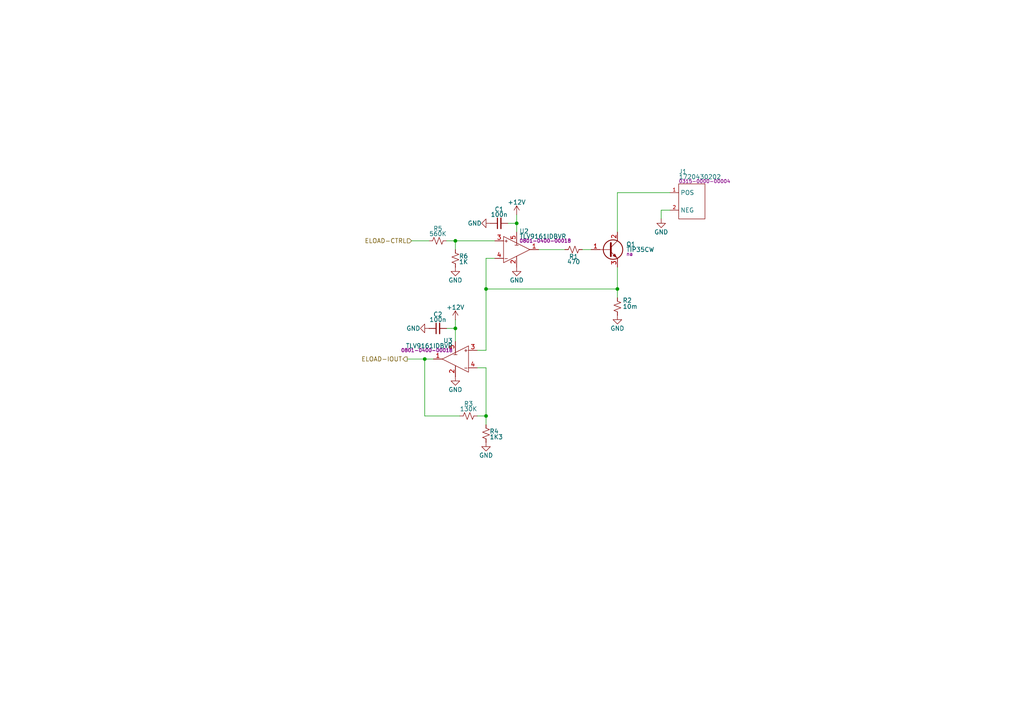
<source format=kicad_sch>
(kicad_sch
	(version 20250114)
	(generator "eeschema")
	(generator_version "9.0")
	(uuid "c8b9f9f2-4f3f-468f-a99c-67a55afd96fd")
	(paper "A4")
	(title_block
		(title "Benchy ELoad - Electronic Load Control")
		(rev "REV1")
		(company "Daxxn Industries")
	)
	(lib_symbols
		(symbol "DX_Capacitor_Ceramic:CL05A104KA5NNNC"
			(pin_numbers
				(hide yes)
			)
			(pin_names
				(hide yes)
			)
			(exclude_from_sim no)
			(in_bom yes)
			(on_board yes)
			(property "Reference" "C"
				(at 2.794 1.778 0)
				(effects
					(font
						(size 1.27 1.27)
					)
					(justify left)
				)
			)
			(property "Value" "100n"
				(at 2.794 0 0)
				(effects
					(font
						(size 1.27 1.27)
					)
					(justify left)
				)
			)
			(property "Footprint" "Daxxn_Standard_Capacitors:CAP_0402"
				(at 1.016 8.128 0)
				(effects
					(font
						(size 1.27 1.27)
					)
					(hide yes)
				)
			)
			(property "Datasheet" "${DATASHEETS}/CL05A104KA5NNNC.pdf"
				(at 1.016 9.906 0)
				(effects
					(font
						(size 1.27 1.27)
					)
					(hide yes)
				)
			)
			(property "Description" "CAP CER 100nF 0.1UF 25V X5R 0402"
				(at 0 11.684 0)
				(effects
					(font
						(size 1.27 1.27)
					)
					(hide yes)
				)
			)
			(property "PartNumber" "0201-0100-00086"
				(at 0 6.35 0)
				(effects
					(font
						(size 1.27 1.27)
					)
					(hide yes)
				)
			)
			(symbol "CL05A104KA5NNNC_0_1"
				(polyline
					(pts
						(xy -1.524 0.508) (xy 1.524 0.508)
					)
					(stroke
						(width 0.3048)
						(type default)
					)
					(fill
						(type none)
					)
				)
				(polyline
					(pts
						(xy -1.524 -0.508) (xy 1.524 -0.508)
					)
					(stroke
						(width 0.3302)
						(type default)
					)
					(fill
						(type none)
					)
				)
			)
			(symbol "CL05A104KA5NNNC_1_1"
				(pin passive line
					(at 0 2.54 270)
					(length 2.032)
					(name "~"
						(effects
							(font
								(size 1.27 1.27)
							)
						)
					)
					(number "1"
						(effects
							(font
								(size 1.27 1.27)
							)
						)
					)
				)
				(pin passive line
					(at 0 -2.54 90)
					(length 2.032)
					(name "~"
						(effects
							(font
								(size 1.27 1.27)
							)
						)
					)
					(number "2"
						(effects
							(font
								(size 1.27 1.27)
							)
						)
					)
				)
			)
			(embedded_fonts no)
		)
		(symbol "DX_Connector_Power:1720430202"
			(exclude_from_sim no)
			(in_bom yes)
			(on_board yes)
			(property "Reference" "J"
				(at 0 3.556 0)
				(effects
					(font
						(size 1.27 1.27)
					)
					(justify left)
				)
			)
			(property "Value" "1720430202"
				(at 0 2.032 0)
				(effects
					(font
						(size 1.27 1.27)
					)
					(justify left)
				)
			)
			(property "Footprint" "Daxxn_Connectors_Power:1720430202"
				(at 0 11.43 0)
				(effects
					(font
						(size 1.27 1.27)
					)
					(hide yes)
				)
			)
			(property "Datasheet" "${DATASHEETS}/1720430202.pdf"
				(at 0 7.62 0)
				(effects
					(font
						(size 1.27 1.27)
					)
					(hide yes)
				)
			)
			(property "Description" "2 Position Header, Male Blades Connector Solder 0.295\" (7.50mm) Through Hole, Right Angle"
				(at 0 9.398 0)
				(effects
					(font
						(size 1.27 1.27)
					)
					(hide yes)
				)
			)
			(property "PartNumber" "0315-0000-00004"
				(at 0 0.762 0)
				(effects
					(font
						(size 1 1)
					)
					(justify left)
				)
			)
			(symbol "1720430202_0_0"
				(pin power_in line
					(at -2.54 -2.54 0)
					(length 2.54)
					(name "POS"
						(effects
							(font
								(size 1.27 1.27)
							)
						)
					)
					(number "1"
						(effects
							(font
								(size 0.9906 0.9906)
							)
						)
					)
				)
				(pin power_in line
					(at -2.54 -7.62 0)
					(length 2.54)
					(name "NEG"
						(effects
							(font
								(size 1.27 1.27)
							)
						)
					)
					(number "2"
						(effects
							(font
								(size 0.9906 0.9906)
							)
						)
					)
				)
			)
			(symbol "1720430202_0_1"
				(rectangle
					(start 0 0)
					(end 7.62 -10.16)
					(stroke
						(width 0)
						(type default)
					)
					(fill
						(type none)
					)
				)
			)
			(embedded_fonts no)
		)
		(symbol "DX_Device:R"
			(pin_numbers
				(hide yes)
			)
			(pin_names
				(offset 0.254)
				(hide yes)
			)
			(exclude_from_sim no)
			(in_bom yes)
			(on_board yes)
			(property "Reference" "R"
				(at 1.016 0.635 0)
				(effects
					(font
						(size 1.27 1.27)
					)
					(justify left)
				)
			)
			(property "Value" "R"
				(at 1.016 -1.016 0)
				(effects
					(font
						(size 1.27 1.27)
					)
					(justify left)
				)
			)
			(property "Footprint" "Daxxn_Standard_Resistors:RES_0402"
				(at 0 5.334 0)
				(effects
					(font
						(size 1.27 1.27)
					)
					(hide yes)
				)
			)
			(property "Datasheet" "~"
				(at 0 6.35 0)
				(effects
					(font
						(size 1.27 1.27)
					)
					(hide yes)
				)
			)
			(property "Description" "Resistor"
				(at 0 3.81 0)
				(effects
					(font
						(size 1.27 1.27)
					)
					(hide yes)
				)
			)
			(property "ki_keywords" "r resistor daxxn"
				(at 0 0 0)
				(effects
					(font
						(size 1.27 1.27)
					)
					(hide yes)
				)
			)
			(property "ki_fp_filters" "R_*"
				(at 0 0 0)
				(effects
					(font
						(size 1.27 1.27)
					)
					(hide yes)
				)
			)
			(symbol "R_1_1"
				(polyline
					(pts
						(xy 0 1.524) (xy 1.016 1.143) (xy 0 0.762) (xy -1.016 0.381) (xy 0 0)
					)
					(stroke
						(width 0)
						(type default)
					)
					(fill
						(type none)
					)
				)
				(polyline
					(pts
						(xy 0 0) (xy 1.016 -0.381) (xy 0 -0.762) (xy -1.016 -1.143) (xy 0 -1.524)
					)
					(stroke
						(width 0)
						(type default)
					)
					(fill
						(type none)
					)
				)
				(pin passive line
					(at 0 2.54 270)
					(length 1.016)
					(name "~"
						(effects
							(font
								(size 1.27 1.27)
							)
						)
					)
					(number "1"
						(effects
							(font
								(size 1.27 1.27)
							)
						)
					)
				)
				(pin passive line
					(at 0 -2.54 90)
					(length 1.016)
					(name "~"
						(effects
							(font
								(size 1.27 1.27)
							)
						)
					)
					(number "2"
						(effects
							(font
								(size 1.27 1.27)
							)
						)
					)
				)
			)
			(embedded_fonts no)
		)
		(symbol "DX_IC_Amplifier_OPAMP:TLV9161IDBVR"
			(exclude_from_sim no)
			(in_bom yes)
			(on_board yes)
			(property "Reference" "U"
				(at 4.572 5.334 0)
				(effects
					(font
						(size 1.27 1.27)
					)
					(justify left)
				)
			)
			(property "Value" "TLV9161IDBVR"
				(at 4.572 3.81 0)
				(effects
					(font
						(size 1.27 1.27)
					)
					(justify left)
				)
			)
			(property "Footprint" "Daxxn_Packages:SOT-23-5"
				(at 0 9.398 0)
				(effects
					(font
						(size 1.27 1.27)
					)
					(hide yes)
				)
			)
			(property "Datasheet" "${DATASHEETS}/TLV9161.pdf"
				(at 0 10.922 0)
				(effects
					(font
						(size 1.27 1.27)
					)
					(hide yes)
				)
			)
			(property "Description" "General Purpose Amplifier 1 Circuit Rail-to-Rail SOT-23-5"
				(at 0 7.62 0)
				(effects
					(font
						(size 1.27 1.27)
					)
					(hide yes)
				)
			)
			(property "PartNumber" "0801-0400-00018"
				(at 4.572 2.54 0)
				(effects
					(font
						(size 1 1)
					)
					(justify left)
				)
			)
			(property "ki_keywords" "opamp rail-to-rail rr smd"
				(at 0 0 0)
				(effects
					(font
						(size 1.27 1.27)
					)
					(hide yes)
				)
			)
			(symbol "TLV9161IDBVR_0_0"
				(text "+"
					(at 0.762 2.54 0)
					(effects
						(font
							(size 1 1)
						)
					)
				)
				(text "-"
					(at 0.762 -2.54 0)
					(effects
						(font
							(size 1 1)
						)
					)
				)
				(pin input line
					(at -2.54 2.54 0)
					(length 2.54)
					(name "IN+"
						(effects
							(font
								(size 0 0)
							)
						)
					)
					(number "3"
						(effects
							(font
								(size 1.27 1.27)
							)
						)
					)
				)
				(pin input line
					(at -2.54 -2.54 0)
					(length 2.54)
					(name "IN-"
						(effects
							(font
								(size 0 0)
							)
						)
					)
					(number "4"
						(effects
							(font
								(size 1.27 1.27)
							)
						)
					)
				)
				(pin power_in line
					(at 3.81 5.08 270)
					(length 3.1)
					(name "V+"
						(effects
							(font
								(size 0 0)
							)
						)
					)
					(number "5"
						(effects
							(font
								(size 1.27 1.27)
							)
						)
					)
				)
				(pin power_in line
					(at 3.81 -5.08 90)
					(length 3.1)
					(name "V-"
						(effects
							(font
								(size 0 0)
							)
						)
					)
					(number "2"
						(effects
							(font
								(size 1.27 1.27)
							)
						)
					)
				)
				(pin output line
					(at 10.16 0 180)
					(length 2.54)
					(name "OUT"
						(effects
							(font
								(size 0 0)
							)
						)
					)
					(number "1"
						(effects
							(font
								(size 1.27 1.27)
							)
						)
					)
				)
			)
			(symbol "TLV9161IDBVR_0_1"
				(polyline
					(pts
						(xy 3.302 1.27) (xy 4.318 1.27)
					)
					(stroke
						(width 0)
						(type default)
					)
					(fill
						(type none)
					)
				)
				(polyline
					(pts
						(xy 3.8106 1.8769) (xy 3.81 1.27)
					)
					(stroke
						(width 0)
						(type default)
					)
					(fill
						(type none)
					)
				)
			)
			(symbol "TLV9161IDBVR_1_0"
				(polyline
					(pts
						(xy 0 3.81) (xy 0 -3.81) (xy 7.62 0) (xy 0 3.81)
					)
					(stroke
						(width 0)
						(type default)
					)
					(fill
						(type none)
					)
				)
			)
			(embedded_fonts no)
		)
		(symbol "DX_Resistor:RC0402FR-071K3L"
			(pin_numbers
				(hide yes)
			)
			(pin_names
				(offset 0.254)
				(hide yes)
			)
			(exclude_from_sim no)
			(in_bom yes)
			(on_board yes)
			(property "Reference" "R"
				(at 1.016 0.635 0)
				(effects
					(font
						(size 1.27 1.27)
					)
					(justify left)
				)
			)
			(property "Value" "1K3"
				(at 1.016 -1.016 0)
				(effects
					(font
						(size 1.27 1.27)
					)
					(justify left)
				)
			)
			(property "Footprint" "Daxxn_Standard_Resistors:RES_0402"
				(at 0 5.334 0)
				(effects
					(font
						(size 1.27 1.27)
					)
					(hide yes)
				)
			)
			(property "Datasheet" "${DATASHEETS}/RC-Series.pdf"
				(at 0 6.35 0)
				(effects
					(font
						(size 1.27 1.27)
					)
					(hide yes)
				)
			)
			(property "Description" "RES 1.3K OHM 1% 1/16W 0402"
				(at 0 3.81 0)
				(effects
					(font
						(size 1.27 1.27)
					)
					(hide yes)
				)
			)
			(property "PartNumber" "0204-0000-00004"
				(at 0 7.874 0)
				(effects
					(font
						(size 1.27 1.27)
					)
					(hide yes)
				)
			)
			(property "ki_keywords" "r resistor daxxn"
				(at 0 0 0)
				(effects
					(font
						(size 1.27 1.27)
					)
					(hide yes)
				)
			)
			(property "ki_fp_filters" "R_*"
				(at 0 0 0)
				(effects
					(font
						(size 1.27 1.27)
					)
					(hide yes)
				)
			)
			(symbol "RC0402FR-071K3L_1_1"
				(polyline
					(pts
						(xy 0 1.524) (xy 1.016 1.143) (xy 0 0.762) (xy -1.016 0.381) (xy 0 0)
					)
					(stroke
						(width 0)
						(type default)
					)
					(fill
						(type none)
					)
				)
				(polyline
					(pts
						(xy 0 0) (xy 1.016 -0.381) (xy 0 -0.762) (xy -1.016 -1.143) (xy 0 -1.524)
					)
					(stroke
						(width 0)
						(type default)
					)
					(fill
						(type none)
					)
				)
				(pin passive line
					(at 0 2.54 270)
					(length 1.016)
					(name "~"
						(effects
							(font
								(size 1.27 1.27)
							)
						)
					)
					(number "1"
						(effects
							(font
								(size 1.27 1.27)
							)
						)
					)
				)
				(pin passive line
					(at 0 -2.54 90)
					(length 1.016)
					(name "~"
						(effects
							(font
								(size 1.27 1.27)
							)
						)
					)
					(number "2"
						(effects
							(font
								(size 1.27 1.27)
							)
						)
					)
				)
			)
			(embedded_fonts no)
		)
		(symbol "DX_Resistor_Sense:MSR5-0R01F1"
			(pin_numbers
				(hide yes)
			)
			(pin_names
				(hide yes)
			)
			(exclude_from_sim no)
			(in_bom yes)
			(on_board yes)
			(property "Reference" "R"
				(at 1.524 1.778 0)
				(effects
					(font
						(size 1.27 1.27)
					)
					(justify left)
				)
			)
			(property "Value" "10m"
				(at 1.524 0 0)
				(effects
					(font
						(size 1.27 1.27)
					)
					(justify left)
				)
			)
			(property "Footprint" "Daxxn_Passives:MSR5-BAREMETAL"
				(at 0 9.398 0)
				(effects
					(font
						(size 1.27 1.27)
					)
					(hide yes)
				)
			)
			(property "Datasheet" "${DATASHEETS}/MSR.pdf"
				(at 0 6.096 0)
				(effects
					(font
						(size 1.27 1.27)
					)
					(hide yes)
				)
			)
			(property "Description" "10 mOhms ±1% 5W Through Hole Resistor Radial Current Sense, Flame Proof, Non-Inductive, Pulse Withstanding, Safety Metal Element"
				(at 0 7.62 0)
				(effects
					(font
						(size 1.27 1.27)
					)
					(hide yes)
				)
			)
			(property "PartNumber" "0204-0200-00009"
				(at 0 10.922 0)
				(effects
					(font
						(size 1 1)
					)
					(hide yes)
				)
			)
			(symbol "MSR5-0R01F1_1_1"
				(polyline
					(pts
						(xy 0 1.524) (xy 1.016 1.143) (xy 0 0.762) (xy -1.016 0.381) (xy 0 0)
					)
					(stroke
						(width 0)
						(type default)
					)
					(fill
						(type none)
					)
				)
				(polyline
					(pts
						(xy 0 0) (xy 1.016 -0.381) (xy 0 -0.762) (xy -1.016 -1.143) (xy 0 -1.524)
					)
					(stroke
						(width 0)
						(type default)
					)
					(fill
						(type none)
					)
				)
				(pin passive line
					(at 0 2.54 270)
					(length 1.016)
					(name "~"
						(effects
							(font
								(size 1.27 1.27)
							)
						)
					)
					(number "1"
						(effects
							(font
								(size 1.27 1.27)
							)
						)
					)
				)
				(pin passive line
					(at 0 -2.54 90)
					(length 1.016)
					(name "~"
						(effects
							(font
								(size 1.27 1.27)
							)
						)
					)
					(number "2"
						(effects
							(font
								(size 1.27 1.27)
							)
						)
					)
				)
			)
			(embedded_fonts no)
		)
		(symbol "DX_Transistor_BJT:TIP35CW"
			(pin_names
				(hide yes)
			)
			(exclude_from_sim no)
			(in_bom yes)
			(on_board yes)
			(property "Reference" "Q"
				(at 5.08 1.524 0)
				(effects
					(font
						(size 1.27 1.27)
					)
					(justify left)
				)
			)
			(property "Value" "TIP35CW"
				(at 5.08 0 0)
				(effects
					(font
						(size 1.27 1.27)
					)
					(justify left)
				)
			)
			(property "Footprint" "Daxxn_Packages:TO-247-3_Vert-HS"
				(at -0.254 10.16 0)
				(effects
					(font
						(size 1.27 1.27)
					)
					(hide yes)
				)
			)
			(property "Datasheet" "${DATASHEETS}/TIP35CW.pdf"
				(at 0 11.684 0)
				(effects
					(font
						(size 1.27 1.27)
					)
					(hide yes)
				)
			)
			(property "Description" "Bipolar (BJT) Transistor NPN 100 V 25 A 3MHz 125 W Through Hole TO-247-3"
				(at 0 13.208 0)
				(effects
					(font
						(size 1.27 1.27)
					)
					(hide yes)
				)
			)
			(property "PartNumber" "na"
				(at 5.08 -1.27 0)
				(effects
					(font
						(size 1 1)
					)
					(justify left)
				)
			)
			(symbol "TIP35CW_0_1"
				(polyline
					(pts
						(xy -2.54 0) (xy 0.635 0)
					)
					(stroke
						(width 0)
						(type default)
					)
					(fill
						(type none)
					)
				)
				(polyline
					(pts
						(xy 0.635 1.905) (xy 0.635 -1.905)
					)
					(stroke
						(width 0.508)
						(type default)
					)
					(fill
						(type none)
					)
				)
				(circle
					(center 1.27 0)
					(radius 2.8194)
					(stroke
						(width 0.254)
						(type default)
					)
					(fill
						(type none)
					)
				)
			)
			(symbol "TIP35CW_1_1"
				(polyline
					(pts
						(xy 0.635 0.635) (xy 2.54 2.54)
					)
					(stroke
						(width 0)
						(type default)
					)
					(fill
						(type none)
					)
				)
				(polyline
					(pts
						(xy 0.635 -0.635) (xy 2.54 -2.54)
					)
					(stroke
						(width 0)
						(type default)
					)
					(fill
						(type none)
					)
				)
				(polyline
					(pts
						(xy 1.27 -1.778) (xy 1.778 -1.27) (xy 2.286 -2.286) (xy 1.27 -1.778)
					)
					(stroke
						(width 0)
						(type default)
					)
					(fill
						(type outline)
					)
				)
				(pin input line
					(at -5.08 0 0)
					(length 2.54)
					(name "B"
						(effects
							(font
								(size 1.27 1.27)
							)
						)
					)
					(number "1"
						(effects
							(font
								(size 1.27 1.27)
							)
						)
					)
				)
				(pin passive line
					(at 2.54 5.08 270)
					(length 2.54)
					(name "C"
						(effects
							(font
								(size 1.27 1.27)
							)
						)
					)
					(number "2"
						(effects
							(font
								(size 1.27 1.27)
							)
						)
					)
				)
				(pin passive line
					(at 2.54 -5.08 90)
					(length 2.54)
					(name "E"
						(effects
							(font
								(size 1.27 1.27)
							)
						)
					)
					(number "3"
						(effects
							(font
								(size 1.27 1.27)
							)
						)
					)
				)
			)
			(embedded_fonts no)
		)
		(symbol "power:+12V"
			(power)
			(pin_numbers
				(hide yes)
			)
			(pin_names
				(offset 0)
				(hide yes)
			)
			(exclude_from_sim no)
			(in_bom yes)
			(on_board yes)
			(property "Reference" "#PWR"
				(at 0 -3.81 0)
				(effects
					(font
						(size 1.27 1.27)
					)
					(hide yes)
				)
			)
			(property "Value" "+12V"
				(at 0 3.556 0)
				(effects
					(font
						(size 1.27 1.27)
					)
				)
			)
			(property "Footprint" ""
				(at 0 0 0)
				(effects
					(font
						(size 1.27 1.27)
					)
					(hide yes)
				)
			)
			(property "Datasheet" ""
				(at 0 0 0)
				(effects
					(font
						(size 1.27 1.27)
					)
					(hide yes)
				)
			)
			(property "Description" "Power symbol creates a global label with name \"+12V\""
				(at 0 0 0)
				(effects
					(font
						(size 1.27 1.27)
					)
					(hide yes)
				)
			)
			(property "ki_keywords" "global power"
				(at 0 0 0)
				(effects
					(font
						(size 1.27 1.27)
					)
					(hide yes)
				)
			)
			(symbol "+12V_0_1"
				(polyline
					(pts
						(xy -0.762 1.27) (xy 0 2.54)
					)
					(stroke
						(width 0)
						(type default)
					)
					(fill
						(type none)
					)
				)
				(polyline
					(pts
						(xy 0 2.54) (xy 0.762 1.27)
					)
					(stroke
						(width 0)
						(type default)
					)
					(fill
						(type none)
					)
				)
				(polyline
					(pts
						(xy 0 0) (xy 0 2.54)
					)
					(stroke
						(width 0)
						(type default)
					)
					(fill
						(type none)
					)
				)
			)
			(symbol "+12V_1_1"
				(pin power_in line
					(at 0 0 90)
					(length 0)
					(name "~"
						(effects
							(font
								(size 1.27 1.27)
							)
						)
					)
					(number "1"
						(effects
							(font
								(size 1.27 1.27)
							)
						)
					)
				)
			)
			(embedded_fonts no)
		)
		(symbol "power:GND"
			(power)
			(pin_numbers
				(hide yes)
			)
			(pin_names
				(offset 0)
				(hide yes)
			)
			(exclude_from_sim no)
			(in_bom yes)
			(on_board yes)
			(property "Reference" "#PWR"
				(at 0 -6.35 0)
				(effects
					(font
						(size 1.27 1.27)
					)
					(hide yes)
				)
			)
			(property "Value" "GND"
				(at 0 -3.81 0)
				(effects
					(font
						(size 1.27 1.27)
					)
				)
			)
			(property "Footprint" ""
				(at 0 0 0)
				(effects
					(font
						(size 1.27 1.27)
					)
					(hide yes)
				)
			)
			(property "Datasheet" ""
				(at 0 0 0)
				(effects
					(font
						(size 1.27 1.27)
					)
					(hide yes)
				)
			)
			(property "Description" "Power symbol creates a global label with name \"GND\" , ground"
				(at 0 0 0)
				(effects
					(font
						(size 1.27 1.27)
					)
					(hide yes)
				)
			)
			(property "ki_keywords" "global power"
				(at 0 0 0)
				(effects
					(font
						(size 1.27 1.27)
					)
					(hide yes)
				)
			)
			(symbol "GND_0_1"
				(polyline
					(pts
						(xy 0 0) (xy 0 -1.27) (xy 1.27 -1.27) (xy 0 -2.54) (xy -1.27 -1.27) (xy 0 -1.27)
					)
					(stroke
						(width 0)
						(type default)
					)
					(fill
						(type none)
					)
				)
			)
			(symbol "GND_1_1"
				(pin power_in line
					(at 0 0 270)
					(length 0)
					(name "~"
						(effects
							(font
								(size 1.27 1.27)
							)
						)
					)
					(number "1"
						(effects
							(font
								(size 1.27 1.27)
							)
						)
					)
				)
			)
			(embedded_fonts no)
		)
	)
	(junction
		(at 149.86 64.77)
		(diameter 0)
		(color 0 0 0 0)
		(uuid "16822695-06ec-403c-a2af-0cb9ed05e84b")
	)
	(junction
		(at 132.08 69.85)
		(diameter 0)
		(color 0 0 0 0)
		(uuid "58bf1077-9f30-48b1-babc-7843bb083a5b")
	)
	(junction
		(at 123.19 104.14)
		(diameter 0)
		(color 0 0 0 0)
		(uuid "6699c6bc-1afc-4e5d-aa8e-347e1e05faf3")
	)
	(junction
		(at 132.08 95.25)
		(diameter 0)
		(color 0 0 0 0)
		(uuid "8a499311-4ac1-4264-ab02-7af3de011b5d")
	)
	(junction
		(at 179.07 83.82)
		(diameter 0)
		(color 0 0 0 0)
		(uuid "9b1162ee-f6cd-45b7-a644-6d51c3d632aa")
	)
	(junction
		(at 140.97 120.65)
		(diameter 0)
		(color 0 0 0 0)
		(uuid "b843ce8a-8d85-4dcc-9228-7d4e61a09426")
	)
	(junction
		(at 140.97 83.82)
		(diameter 0)
		(color 0 0 0 0)
		(uuid "fd118b4f-276c-41d8-b5af-4f0dba8f6449")
	)
	(wire
		(pts
			(xy 138.43 120.65) (xy 140.97 120.65)
		)
		(stroke
			(width 0)
			(type default)
		)
		(uuid "05aeff73-74af-4c8e-804f-f3325177c533")
	)
	(wire
		(pts
			(xy 138.43 106.68) (xy 140.97 106.68)
		)
		(stroke
			(width 0)
			(type default)
		)
		(uuid "06676262-4799-4c06-b0fb-699bf76ba467")
	)
	(wire
		(pts
			(xy 149.86 62.23) (xy 149.86 64.77)
		)
		(stroke
			(width 0)
			(type default)
		)
		(uuid "234e4ccd-8e0b-4431-89f4-c197b69da1d9")
	)
	(wire
		(pts
			(xy 140.97 120.65) (xy 140.97 123.19)
		)
		(stroke
			(width 0)
			(type default)
		)
		(uuid "29bc7ff4-e727-4c1c-9b10-4cbad02a89c3")
	)
	(wire
		(pts
			(xy 140.97 74.93) (xy 140.97 83.82)
		)
		(stroke
			(width 0)
			(type default)
		)
		(uuid "2a0ada37-8e84-4d18-862c-5841b73697b9")
	)
	(wire
		(pts
			(xy 118.11 104.14) (xy 123.19 104.14)
		)
		(stroke
			(width 0)
			(type default)
		)
		(uuid "2f00f180-9ec5-4767-ad29-8e90685bde01")
	)
	(wire
		(pts
			(xy 140.97 74.93) (xy 143.51 74.93)
		)
		(stroke
			(width 0)
			(type default)
		)
		(uuid "459c05fe-f05a-4b55-8444-da2d4712e0a2")
	)
	(wire
		(pts
			(xy 149.86 64.77) (xy 149.86 67.31)
		)
		(stroke
			(width 0)
			(type default)
		)
		(uuid "49d643ba-3373-4890-ac44-4d682c200f09")
	)
	(wire
		(pts
			(xy 132.08 92.71) (xy 132.08 95.25)
		)
		(stroke
			(width 0)
			(type default)
		)
		(uuid "4aff1196-a430-498a-8340-68c2f6288785")
	)
	(wire
		(pts
			(xy 129.54 69.85) (xy 132.08 69.85)
		)
		(stroke
			(width 0)
			(type default)
		)
		(uuid "4b92b996-c5c1-4196-a3f7-8de376a22c89")
	)
	(wire
		(pts
			(xy 132.08 95.25) (xy 132.08 99.06)
		)
		(stroke
			(width 0)
			(type default)
		)
		(uuid "4db14a1c-83c2-44fa-bf6d-2dbbae09a2d1")
	)
	(wire
		(pts
			(xy 140.97 83.82) (xy 179.07 83.82)
		)
		(stroke
			(width 0)
			(type default)
		)
		(uuid "4e36977b-2732-49fa-a4d2-0bc4a24ca252")
	)
	(wire
		(pts
			(xy 191.77 60.96) (xy 194.31 60.96)
		)
		(stroke
			(width 0)
			(type default)
		)
		(uuid "5228e765-bd25-4d3f-9e96-26cbe99725f3")
	)
	(wire
		(pts
			(xy 132.08 69.85) (xy 143.51 69.85)
		)
		(stroke
			(width 0)
			(type default)
		)
		(uuid "68a1505b-bde4-4f6b-a1a3-eb72e6e50151")
	)
	(wire
		(pts
			(xy 132.08 69.85) (xy 132.08 72.39)
		)
		(stroke
			(width 0)
			(type default)
		)
		(uuid "70d739b9-63a7-4f61-99ea-4bd0616e2c5b")
	)
	(wire
		(pts
			(xy 140.97 106.68) (xy 140.97 120.65)
		)
		(stroke
			(width 0)
			(type default)
		)
		(uuid "82cb1f0b-a8c1-4123-af1f-6df843c82a9b")
	)
	(wire
		(pts
			(xy 138.43 101.6) (xy 140.97 101.6)
		)
		(stroke
			(width 0)
			(type default)
		)
		(uuid "8393b69b-7433-4199-a423-2c0ea2ac1b06")
	)
	(wire
		(pts
			(xy 179.07 55.88) (xy 194.31 55.88)
		)
		(stroke
			(width 0)
			(type default)
		)
		(uuid "9db5a096-b10a-4822-89db-b8fc96bf4442")
	)
	(wire
		(pts
			(xy 133.35 120.65) (xy 123.19 120.65)
		)
		(stroke
			(width 0)
			(type default)
		)
		(uuid "a1900256-79d7-4c04-a31c-21d06cf9fb21")
	)
	(wire
		(pts
			(xy 123.19 120.65) (xy 123.19 104.14)
		)
		(stroke
			(width 0)
			(type default)
		)
		(uuid "a8909781-0a9a-4a3d-b928-7024579c48ba")
	)
	(wire
		(pts
			(xy 156.21 72.39) (xy 163.83 72.39)
		)
		(stroke
			(width 0)
			(type default)
		)
		(uuid "b0f6a418-9c06-4e6d-9453-113410156b1b")
	)
	(wire
		(pts
			(xy 168.91 72.39) (xy 171.45 72.39)
		)
		(stroke
			(width 0)
			(type default)
		)
		(uuid "b7877653-f853-4d17-8ba0-e27061f94303")
	)
	(wire
		(pts
			(xy 179.07 67.31) (xy 179.07 55.88)
		)
		(stroke
			(width 0)
			(type default)
		)
		(uuid "b9547451-9ccd-4849-b2ad-2b5ca4710c82")
	)
	(wire
		(pts
			(xy 147.32 64.77) (xy 149.86 64.77)
		)
		(stroke
			(width 0)
			(type default)
		)
		(uuid "bf477344-9c6f-4f52-b988-aaac9a22954a")
	)
	(wire
		(pts
			(xy 119.38 69.85) (xy 124.46 69.85)
		)
		(stroke
			(width 0)
			(type default)
		)
		(uuid "bfddf164-b633-440d-b391-4a14f54ed9f5")
	)
	(wire
		(pts
			(xy 179.07 83.82) (xy 179.07 86.36)
		)
		(stroke
			(width 0)
			(type default)
		)
		(uuid "c2c50b0c-b119-40ea-a8e1-057bb2d1e5f7")
	)
	(wire
		(pts
			(xy 123.19 104.14) (xy 125.73 104.14)
		)
		(stroke
			(width 0)
			(type default)
		)
		(uuid "c84b9d8f-4558-4277-9d3a-76268fdce6f8")
	)
	(wire
		(pts
			(xy 191.77 63.5) (xy 191.77 60.96)
		)
		(stroke
			(width 0)
			(type default)
		)
		(uuid "c9b70ea6-7ad2-4a08-9f07-0cee1ac77f06")
	)
	(wire
		(pts
			(xy 179.07 77.47) (xy 179.07 83.82)
		)
		(stroke
			(width 0)
			(type default)
		)
		(uuid "eb7d271d-edd7-492f-8927-ebfb69a5f899")
	)
	(wire
		(pts
			(xy 140.97 83.82) (xy 140.97 101.6)
		)
		(stroke
			(width 0)
			(type default)
		)
		(uuid "f97a5ac2-1344-41da-b893-84fc1947e46a")
	)
	(wire
		(pts
			(xy 129.54 95.25) (xy 132.08 95.25)
		)
		(stroke
			(width 0)
			(type default)
		)
		(uuid "ff3068f8-ffab-4e08-9a80-da1a5b903893")
	)
	(hierarchical_label "ELOAD-IOUT"
		(shape output)
		(at 118.11 104.14 180)
		(effects
			(font
				(size 1.27 1.27)
			)
			(justify right)
		)
		(uuid "32d47b78-6d24-4a5c-a088-795ec0c059bb")
	)
	(hierarchical_label "ELOAD-CTRL"
		(shape input)
		(at 119.38 69.85 180)
		(effects
			(font
				(size 1.27 1.27)
			)
			(justify right)
		)
		(uuid "4d02df4d-3ff8-4a71-ba80-9ce7c056d776")
	)
	(symbol
		(lib_id "power:+12V")
		(at 149.86 62.23 0)
		(unit 1)
		(exclude_from_sim no)
		(in_bom yes)
		(on_board yes)
		(dnp no)
		(uuid "05a569ad-107c-4c10-8e67-d89983212b21")
		(property "Reference" "#PWR02"
			(at 149.86 66.04 0)
			(effects
				(font
					(size 1.27 1.27)
				)
				(hide yes)
			)
		)
		(property "Value" "+12V"
			(at 149.86 58.674 0)
			(effects
				(font
					(size 1.27 1.27)
				)
			)
		)
		(property "Footprint" ""
			(at 149.86 62.23 0)
			(effects
				(font
					(size 1.27 1.27)
				)
				(hide yes)
			)
		)
		(property "Datasheet" ""
			(at 149.86 62.23 0)
			(effects
				(font
					(size 1.27 1.27)
				)
				(hide yes)
			)
		)
		(property "Description" "Power symbol creates a global label with name \"+12V\""
			(at 149.86 62.23 0)
			(effects
				(font
					(size 1.27 1.27)
				)
				(hide yes)
			)
		)
		(pin "1"
			(uuid "b3cfdd0b-5811-4e08-b32b-d395cad87eb5")
		)
		(instances
			(project ""
				(path "/a35fb99c-4c51-424c-bcf1-034f322f84fb/ac054dd0-dffc-43af-ac93-a5023791b97d"
					(reference "#PWR02")
					(unit 1)
				)
			)
		)
	)
	(symbol
		(lib_id "DX_Connector_Power:1720430202")
		(at 196.85 53.34 0)
		(unit 1)
		(exclude_from_sim no)
		(in_bom yes)
		(on_board yes)
		(dnp no)
		(uuid "0df36ca2-a305-4dd8-8f6d-19a360dc2f27")
		(property "Reference" "J1"
			(at 196.85 49.784 0)
			(effects
				(font
					(size 1.27 1.27)
				)
				(justify left)
			)
		)
		(property "Value" "1720430202"
			(at 196.85 51.308 0)
			(effects
				(font
					(size 1.27 1.27)
				)
				(justify left)
			)
		)
		(property "Footprint" "Daxxn_Connectors_Power:1720430202"
			(at 196.85 41.91 0)
			(effects
				(font
					(size 1.27 1.27)
				)
				(hide yes)
			)
		)
		(property "Datasheet" "${DATASHEETS}/1720430202.pdf"
			(at 196.85 45.72 0)
			(effects
				(font
					(size 1.27 1.27)
				)
				(hide yes)
			)
		)
		(property "Description" "2 Position Header, Male Blades Connector Solder 0.295\" (7.50mm) Through Hole, Right Angle"
			(at 196.85 43.942 0)
			(effects
				(font
					(size 1.27 1.27)
				)
				(hide yes)
			)
		)
		(property "PartNumber" "0315-0000-00004"
			(at 196.85 52.578 0)
			(effects
				(font
					(size 1 1)
				)
				(justify left)
			)
		)
		(pin "1"
			(uuid "df5a23b3-3cf3-4275-89e8-2de4f6b6c5f6")
		)
		(pin "2"
			(uuid "075ced4f-0e57-4769-b7b0-50e73a666566")
		)
		(instances
			(project ""
				(path "/a35fb99c-4c51-424c-bcf1-034f322f84fb/ac054dd0-dffc-43af-ac93-a5023791b97d"
					(reference "J1")
					(unit 1)
				)
			)
		)
	)
	(symbol
		(lib_id "DX_IC_Amplifier_OPAMP:TLV9161IDBVR")
		(at 135.89 104.14 0)
		(mirror y)
		(unit 1)
		(exclude_from_sim no)
		(in_bom yes)
		(on_board yes)
		(dnp no)
		(uuid "19efac8e-ff69-4705-aa38-89ea60339b48")
		(property "Reference" "U3"
			(at 131.318 98.806 0)
			(effects
				(font
					(size 1.27 1.27)
				)
				(justify left)
			)
		)
		(property "Value" "TLV9161IDBVR"
			(at 131.318 100.33 0)
			(effects
				(font
					(size 1.27 1.27)
				)
				(justify left)
			)
		)
		(property "Footprint" "Daxxn_Packages:SOT-23-5"
			(at 135.89 94.742 0)
			(effects
				(font
					(size 1.27 1.27)
				)
				(hide yes)
			)
		)
		(property "Datasheet" "${DATASHEETS}/TLV9161.pdf"
			(at 135.89 93.218 0)
			(effects
				(font
					(size 1.27 1.27)
				)
				(hide yes)
			)
		)
		(property "Description" "General Purpose Amplifier 1 Circuit Rail-to-Rail SOT-23-5"
			(at 135.89 96.52 0)
			(effects
				(font
					(size 1.27 1.27)
				)
				(hide yes)
			)
		)
		(property "PartNumber" "0801-0400-00018"
			(at 131.318 101.6 0)
			(effects
				(font
					(size 1 1)
				)
				(justify left)
			)
		)
		(pin "1"
			(uuid "2d62a0a0-d687-47b7-a2c5-2c98494e348e")
		)
		(pin "2"
			(uuid "1b9cca8e-c76b-4e64-a1d8-9fadccfa647c")
		)
		(pin "4"
			(uuid "fc793b0a-839c-47db-9612-0bc6271f7544")
		)
		(pin "5"
			(uuid "674dcd54-82f5-4a1c-909e-32e8ef8dce01")
		)
		(pin "3"
			(uuid "70a156e1-61fc-4dbf-86b9-3ef51f0468b9")
		)
		(instances
			(project "BenchyELoad"
				(path "/a35fb99c-4c51-424c-bcf1-034f322f84fb/ac054dd0-dffc-43af-ac93-a5023791b97d"
					(reference "U3")
					(unit 1)
				)
			)
		)
	)
	(symbol
		(lib_id "DX_Device:R")
		(at 166.37 72.39 90)
		(unit 1)
		(exclude_from_sim no)
		(in_bom yes)
		(on_board yes)
		(dnp no)
		(uuid "254f5f72-ab82-4274-ab1e-6b50c32f4585")
		(property "Reference" "R1"
			(at 166.37 74.422 90)
			(effects
				(font
					(size 1.27 1.27)
				)
			)
		)
		(property "Value" "470"
			(at 166.37 75.946 90)
			(effects
				(font
					(size 1.27 1.27)
				)
			)
		)
		(property "Footprint" "Daxxn_Standard_Resistors:RES_0402"
			(at 161.036 72.39 0)
			(effects
				(font
					(size 1.27 1.27)
				)
				(hide yes)
			)
		)
		(property "Datasheet" "~"
			(at 160.02 72.39 0)
			(effects
				(font
					(size 1.27 1.27)
				)
				(hide yes)
			)
		)
		(property "Description" "Resistor"
			(at 162.56 72.39 0)
			(effects
				(font
					(size 1.27 1.27)
				)
				(hide yes)
			)
		)
		(pin "1"
			(uuid "7d7a3f00-c6dc-4e83-8618-ea91e4268e27")
		)
		(pin "2"
			(uuid "ad6c5c6e-e4dc-4930-8d88-20e72ba83e44")
		)
		(instances
			(project ""
				(path "/a35fb99c-4c51-424c-bcf1-034f322f84fb/ac054dd0-dffc-43af-ac93-a5023791b97d"
					(reference "R1")
					(unit 1)
				)
			)
		)
	)
	(symbol
		(lib_id "power:GND")
		(at 132.08 77.47 0)
		(unit 1)
		(exclude_from_sim no)
		(in_bom yes)
		(on_board yes)
		(dnp no)
		(uuid "38c9dfdd-20bf-4173-b16b-9c3e54b80299")
		(property "Reference" "#PWR08"
			(at 132.08 83.82 0)
			(effects
				(font
					(size 1.27 1.27)
				)
				(hide yes)
			)
		)
		(property "Value" "GND"
			(at 132.08 81.28 0)
			(effects
				(font
					(size 1.27 1.27)
				)
			)
		)
		(property "Footprint" ""
			(at 132.08 77.47 0)
			(effects
				(font
					(size 1.27 1.27)
				)
				(hide yes)
			)
		)
		(property "Datasheet" ""
			(at 132.08 77.47 0)
			(effects
				(font
					(size 1.27 1.27)
				)
				(hide yes)
			)
		)
		(property "Description" "Power symbol creates a global label with name \"GND\" , ground"
			(at 132.08 77.47 0)
			(effects
				(font
					(size 1.27 1.27)
				)
				(hide yes)
			)
		)
		(pin "1"
			(uuid "1e9e6de5-6a3f-45ef-95f4-e81dfc7fe84f")
		)
		(instances
			(project "BenchyELoad"
				(path "/a35fb99c-4c51-424c-bcf1-034f322f84fb/ac054dd0-dffc-43af-ac93-a5023791b97d"
					(reference "#PWR08")
					(unit 1)
				)
			)
		)
	)
	(symbol
		(lib_id "power:GND")
		(at 142.24 64.77 270)
		(unit 1)
		(exclude_from_sim no)
		(in_bom yes)
		(on_board yes)
		(dnp no)
		(uuid "3d6e4f8b-e7e1-4b12-b785-a0cf5eaa3913")
		(property "Reference" "#PWR09"
			(at 135.89 64.77 0)
			(effects
				(font
					(size 1.27 1.27)
				)
				(hide yes)
			)
		)
		(property "Value" "GND"
			(at 137.668 64.77 90)
			(effects
				(font
					(size 1.27 1.27)
				)
			)
		)
		(property "Footprint" ""
			(at 142.24 64.77 0)
			(effects
				(font
					(size 1.27 1.27)
				)
				(hide yes)
			)
		)
		(property "Datasheet" ""
			(at 142.24 64.77 0)
			(effects
				(font
					(size 1.27 1.27)
				)
				(hide yes)
			)
		)
		(property "Description" "Power symbol creates a global label with name \"GND\" , ground"
			(at 142.24 64.77 0)
			(effects
				(font
					(size 1.27 1.27)
				)
				(hide yes)
			)
		)
		(pin "1"
			(uuid "59d24124-0187-478d-85a7-ca674efe9875")
		)
		(instances
			(project "BenchyELoad"
				(path "/a35fb99c-4c51-424c-bcf1-034f322f84fb/ac054dd0-dffc-43af-ac93-a5023791b97d"
					(reference "#PWR09")
					(unit 1)
				)
			)
		)
	)
	(symbol
		(lib_id "power:GND")
		(at 132.08 109.22 0)
		(unit 1)
		(exclude_from_sim no)
		(in_bom yes)
		(on_board yes)
		(dnp no)
		(uuid "3ee39055-1ceb-4d39-a17a-7785d819b987")
		(property "Reference" "#PWR06"
			(at 132.08 115.57 0)
			(effects
				(font
					(size 1.27 1.27)
				)
				(hide yes)
			)
		)
		(property "Value" "GND"
			(at 132.08 113.03 0)
			(effects
				(font
					(size 1.27 1.27)
				)
			)
		)
		(property "Footprint" ""
			(at 132.08 109.22 0)
			(effects
				(font
					(size 1.27 1.27)
				)
				(hide yes)
			)
		)
		(property "Datasheet" ""
			(at 132.08 109.22 0)
			(effects
				(font
					(size 1.27 1.27)
				)
				(hide yes)
			)
		)
		(property "Description" "Power symbol creates a global label with name \"GND\" , ground"
			(at 132.08 109.22 0)
			(effects
				(font
					(size 1.27 1.27)
				)
				(hide yes)
			)
		)
		(pin "1"
			(uuid "f613990d-1167-4d32-a7f1-5ced58d43473")
		)
		(instances
			(project "BenchyELoad"
				(path "/a35fb99c-4c51-424c-bcf1-034f322f84fb/ac054dd0-dffc-43af-ac93-a5023791b97d"
					(reference "#PWR06")
					(unit 1)
				)
			)
		)
	)
	(symbol
		(lib_id "DX_Capacitor_Ceramic:CL05A104KA5NNNC")
		(at 127 95.25 90)
		(unit 1)
		(exclude_from_sim no)
		(in_bom yes)
		(on_board yes)
		(dnp no)
		(uuid "41eae5fe-c877-4b81-8f81-e4c31e36d462")
		(property "Reference" "C2"
			(at 127 91.186 90)
			(effects
				(font
					(size 1.27 1.27)
				)
			)
		)
		(property "Value" "100n"
			(at 127 92.71 90)
			(effects
				(font
					(size 1.27 1.27)
				)
			)
		)
		(property "Footprint" "Daxxn_Standard_Capacitors:CAP_0402"
			(at 118.872 94.234 0)
			(effects
				(font
					(size 1.27 1.27)
				)
				(hide yes)
			)
		)
		(property "Datasheet" "${DATASHEETS}/CL05A104KA5NNNC.pdf"
			(at 117.094 94.234 0)
			(effects
				(font
					(size 1.27 1.27)
				)
				(hide yes)
			)
		)
		(property "Description" "CAP CER 100nF 0.1UF 25V X5R 0402"
			(at 115.316 95.25 0)
			(effects
				(font
					(size 1.27 1.27)
				)
				(hide yes)
			)
		)
		(property "PartNumber" "0201-0100-00086"
			(at 120.65 95.25 0)
			(effects
				(font
					(size 1.27 1.27)
				)
				(hide yes)
			)
		)
		(pin "1"
			(uuid "a0602c55-cd4d-43dc-a124-4172302cf536")
		)
		(pin "2"
			(uuid "7307970a-1580-405d-ae2b-f70ab52570fe")
		)
		(instances
			(project "BenchyELoad"
				(path "/a35fb99c-4c51-424c-bcf1-034f322f84fb/ac054dd0-dffc-43af-ac93-a5023791b97d"
					(reference "C2")
					(unit 1)
				)
			)
		)
	)
	(symbol
		(lib_id "power:GND")
		(at 140.97 128.27 0)
		(unit 1)
		(exclude_from_sim no)
		(in_bom yes)
		(on_board yes)
		(dnp no)
		(uuid "4f561159-34bb-47e1-ad6b-3207ab6bd66b")
		(property "Reference" "#PWR05"
			(at 140.97 134.62 0)
			(effects
				(font
					(size 1.27 1.27)
				)
				(hide yes)
			)
		)
		(property "Value" "GND"
			(at 140.97 132.08 0)
			(effects
				(font
					(size 1.27 1.27)
				)
			)
		)
		(property "Footprint" ""
			(at 140.97 128.27 0)
			(effects
				(font
					(size 1.27 1.27)
				)
				(hide yes)
			)
		)
		(property "Datasheet" ""
			(at 140.97 128.27 0)
			(effects
				(font
					(size 1.27 1.27)
				)
				(hide yes)
			)
		)
		(property "Description" "Power symbol creates a global label with name \"GND\" , ground"
			(at 140.97 128.27 0)
			(effects
				(font
					(size 1.27 1.27)
				)
				(hide yes)
			)
		)
		(pin "1"
			(uuid "59e2f86c-3573-48a8-99c0-6711856ac990")
		)
		(instances
			(project "BenchyELoad"
				(path "/a35fb99c-4c51-424c-bcf1-034f322f84fb/ac054dd0-dffc-43af-ac93-a5023791b97d"
					(reference "#PWR05")
					(unit 1)
				)
			)
		)
	)
	(symbol
		(lib_id "power:GND")
		(at 124.46 95.25 270)
		(unit 1)
		(exclude_from_sim no)
		(in_bom yes)
		(on_board yes)
		(dnp no)
		(uuid "5a7b3676-a8e8-46eb-8ef1-1760f6fe8537")
		(property "Reference" "#PWR010"
			(at 118.11 95.25 0)
			(effects
				(font
					(size 1.27 1.27)
				)
				(hide yes)
			)
		)
		(property "Value" "GND"
			(at 119.888 95.25 90)
			(effects
				(font
					(size 1.27 1.27)
				)
			)
		)
		(property "Footprint" ""
			(at 124.46 95.25 0)
			(effects
				(font
					(size 1.27 1.27)
				)
				(hide yes)
			)
		)
		(property "Datasheet" ""
			(at 124.46 95.25 0)
			(effects
				(font
					(size 1.27 1.27)
				)
				(hide yes)
			)
		)
		(property "Description" "Power symbol creates a global label with name \"GND\" , ground"
			(at 124.46 95.25 0)
			(effects
				(font
					(size 1.27 1.27)
				)
				(hide yes)
			)
		)
		(pin "1"
			(uuid "e16f4f0f-01bf-45bb-9f8a-3f6c52d00e0c")
		)
		(instances
			(project "BenchyELoad"
				(path "/a35fb99c-4c51-424c-bcf1-034f322f84fb/ac054dd0-dffc-43af-ac93-a5023791b97d"
					(reference "#PWR010")
					(unit 1)
				)
			)
		)
	)
	(symbol
		(lib_id "power:GND")
		(at 191.77 63.5 0)
		(unit 1)
		(exclude_from_sim no)
		(in_bom yes)
		(on_board yes)
		(dnp no)
		(uuid "5ffecb39-bd0a-469d-9700-deba096e59fb")
		(property "Reference" "#PWR03"
			(at 191.77 69.85 0)
			(effects
				(font
					(size 1.27 1.27)
				)
				(hide yes)
			)
		)
		(property "Value" "GND"
			(at 191.77 67.31 0)
			(effects
				(font
					(size 1.27 1.27)
				)
			)
		)
		(property "Footprint" ""
			(at 191.77 63.5 0)
			(effects
				(font
					(size 1.27 1.27)
				)
				(hide yes)
			)
		)
		(property "Datasheet" ""
			(at 191.77 63.5 0)
			(effects
				(font
					(size 1.27 1.27)
				)
				(hide yes)
			)
		)
		(property "Description" "Power symbol creates a global label with name \"GND\" , ground"
			(at 191.77 63.5 0)
			(effects
				(font
					(size 1.27 1.27)
				)
				(hide yes)
			)
		)
		(pin "1"
			(uuid "16a2048b-3692-4421-907e-232fdf1f4f4f")
		)
		(instances
			(project "BenchyELoad"
				(path "/a35fb99c-4c51-424c-bcf1-034f322f84fb/ac054dd0-dffc-43af-ac93-a5023791b97d"
					(reference "#PWR03")
					(unit 1)
				)
			)
		)
	)
	(symbol
		(lib_id "DX_Device:R")
		(at 127 69.85 90)
		(unit 1)
		(exclude_from_sim no)
		(in_bom yes)
		(on_board yes)
		(dnp no)
		(uuid "6a66348c-a98f-42bb-89c7-cad03b1580bd")
		(property "Reference" "R5"
			(at 127 66.294 90)
			(effects
				(font
					(size 1.27 1.27)
				)
			)
		)
		(property "Value" "560K"
			(at 127 67.818 90)
			(effects
				(font
					(size 1.27 1.27)
				)
			)
		)
		(property "Footprint" "Daxxn_Standard_Resistors:RES_0402"
			(at 121.666 69.85 0)
			(effects
				(font
					(size 1.27 1.27)
				)
				(hide yes)
			)
		)
		(property "Datasheet" "~"
			(at 120.65 69.85 0)
			(effects
				(font
					(size 1.27 1.27)
				)
				(hide yes)
			)
		)
		(property "Description" "Resistor"
			(at 123.19 69.85 0)
			(effects
				(font
					(size 1.27 1.27)
				)
				(hide yes)
			)
		)
		(pin "1"
			(uuid "95dae48e-86df-401e-bc45-e50571d5fd09")
		)
		(pin "2"
			(uuid "43c69c65-bc4d-469b-9cc1-432017937c15")
		)
		(instances
			(project "BenchyELoad"
				(path "/a35fb99c-4c51-424c-bcf1-034f322f84fb/ac054dd0-dffc-43af-ac93-a5023791b97d"
					(reference "R5")
					(unit 1)
				)
			)
		)
	)
	(symbol
		(lib_id "DX_Resistor_Sense:MSR5-0R01F1")
		(at 179.07 88.9 0)
		(unit 1)
		(exclude_from_sim no)
		(in_bom yes)
		(on_board yes)
		(dnp no)
		(uuid "80827f1f-302b-4131-b082-16621fd5fc3b")
		(property "Reference" "R2"
			(at 180.594 87.122 0)
			(effects
				(font
					(size 1.27 1.27)
				)
				(justify left)
			)
		)
		(property "Value" "10m"
			(at 180.594 88.9 0)
			(effects
				(font
					(size 1.27 1.27)
				)
				(justify left)
			)
		)
		(property "Footprint" "Daxxn_Passives:MSR5-BAREMETAL"
			(at 179.07 79.502 0)
			(effects
				(font
					(size 1.27 1.27)
				)
				(hide yes)
			)
		)
		(property "Datasheet" "${DATASHEETS}/MSR.pdf"
			(at 179.07 82.804 0)
			(effects
				(font
					(size 1.27 1.27)
				)
				(hide yes)
			)
		)
		(property "Description" "10 mOhms ±1% 5W Through Hole Resistor Radial Current Sense, Flame Proof, Non-Inductive, Pulse Withstanding, Safety Metal Element"
			(at 179.07 81.28 0)
			(effects
				(font
					(size 1.27 1.27)
				)
				(hide yes)
			)
		)
		(property "PartNumber" "0204-0200-00009"
			(at 179.07 77.978 0)
			(effects
				(font
					(size 1 1)
				)
				(hide yes)
			)
		)
		(pin "1"
			(uuid "9cf32355-0f80-4344-97af-b99a718d81be")
		)
		(pin "2"
			(uuid "4d54524e-aab4-4260-9b8e-264f78476e45")
		)
		(instances
			(project ""
				(path "/a35fb99c-4c51-424c-bcf1-034f322f84fb/ac054dd0-dffc-43af-ac93-a5023791b97d"
					(reference "R2")
					(unit 1)
				)
			)
		)
	)
	(symbol
		(lib_id "power:+12V")
		(at 132.08 92.71 0)
		(unit 1)
		(exclude_from_sim no)
		(in_bom yes)
		(on_board yes)
		(dnp no)
		(uuid "90436cbe-5f71-4c18-bdee-275088b92960")
		(property "Reference" "#PWR07"
			(at 132.08 96.52 0)
			(effects
				(font
					(size 1.27 1.27)
				)
				(hide yes)
			)
		)
		(property "Value" "+12V"
			(at 132.08 89.154 0)
			(effects
				(font
					(size 1.27 1.27)
				)
			)
		)
		(property "Footprint" ""
			(at 132.08 92.71 0)
			(effects
				(font
					(size 1.27 1.27)
				)
				(hide yes)
			)
		)
		(property "Datasheet" ""
			(at 132.08 92.71 0)
			(effects
				(font
					(size 1.27 1.27)
				)
				(hide yes)
			)
		)
		(property "Description" "Power symbol creates a global label with name \"+12V\""
			(at 132.08 92.71 0)
			(effects
				(font
					(size 1.27 1.27)
				)
				(hide yes)
			)
		)
		(pin "1"
			(uuid "6cd085f5-757c-4e35-8ca8-bba60cc82dc8")
		)
		(instances
			(project "BenchyELoad"
				(path "/a35fb99c-4c51-424c-bcf1-034f322f84fb/ac054dd0-dffc-43af-ac93-a5023791b97d"
					(reference "#PWR07")
					(unit 1)
				)
			)
		)
	)
	(symbol
		(lib_id "DX_IC_Amplifier_OPAMP:TLV9161IDBVR")
		(at 146.05 72.39 0)
		(unit 1)
		(exclude_from_sim no)
		(in_bom yes)
		(on_board yes)
		(dnp no)
		(uuid "90871e58-0084-4268-aca1-464eac2285e1")
		(property "Reference" "U2"
			(at 150.622 67.056 0)
			(effects
				(font
					(size 1.27 1.27)
				)
				(justify left)
			)
		)
		(property "Value" "TLV9161IDBVR"
			(at 150.622 68.58 0)
			(effects
				(font
					(size 1.27 1.27)
				)
				(justify left)
			)
		)
		(property "Footprint" "Daxxn_Packages:SOT-23-5"
			(at 146.05 62.992 0)
			(effects
				(font
					(size 1.27 1.27)
				)
				(hide yes)
			)
		)
		(property "Datasheet" "${DATASHEETS}/TLV9161.pdf"
			(at 146.05 61.468 0)
			(effects
				(font
					(size 1.27 1.27)
				)
				(hide yes)
			)
		)
		(property "Description" "General Purpose Amplifier 1 Circuit Rail-to-Rail SOT-23-5"
			(at 146.05 64.77 0)
			(effects
				(font
					(size 1.27 1.27)
				)
				(hide yes)
			)
		)
		(property "PartNumber" "0801-0400-00018"
			(at 150.622 69.85 0)
			(effects
				(font
					(size 1 1)
				)
				(justify left)
			)
		)
		(pin "1"
			(uuid "a7bedc3a-0f1f-4002-b143-704789252322")
		)
		(pin "2"
			(uuid "054cc639-4219-47b6-a00d-7995727a4cd2")
		)
		(pin "4"
			(uuid "040c843b-cb3f-4bf0-91c9-3afefcb022fc")
		)
		(pin "5"
			(uuid "068e9d6d-e048-448d-a2d0-8333012bdb36")
		)
		(pin "3"
			(uuid "657d7291-e77b-4da5-bdd1-b62282f38236")
		)
		(instances
			(project ""
				(path "/a35fb99c-4c51-424c-bcf1-034f322f84fb/ac054dd0-dffc-43af-ac93-a5023791b97d"
					(reference "U2")
					(unit 1)
				)
			)
		)
	)
	(symbol
		(lib_id "power:GND")
		(at 179.07 91.44 0)
		(unit 1)
		(exclude_from_sim no)
		(in_bom yes)
		(on_board yes)
		(dnp no)
		(uuid "9483e739-f097-4c41-868b-52a0a8a35291")
		(property "Reference" "#PWR01"
			(at 179.07 97.79 0)
			(effects
				(font
					(size 1.27 1.27)
				)
				(hide yes)
			)
		)
		(property "Value" "GND"
			(at 179.07 95.25 0)
			(effects
				(font
					(size 1.27 1.27)
				)
			)
		)
		(property "Footprint" ""
			(at 179.07 91.44 0)
			(effects
				(font
					(size 1.27 1.27)
				)
				(hide yes)
			)
		)
		(property "Datasheet" ""
			(at 179.07 91.44 0)
			(effects
				(font
					(size 1.27 1.27)
				)
				(hide yes)
			)
		)
		(property "Description" "Power symbol creates a global label with name \"GND\" , ground"
			(at 179.07 91.44 0)
			(effects
				(font
					(size 1.27 1.27)
				)
				(hide yes)
			)
		)
		(pin "1"
			(uuid "4b8c8b50-4f16-4dda-9dae-834f2ffe5c73")
		)
		(instances
			(project ""
				(path "/a35fb99c-4c51-424c-bcf1-034f322f84fb/ac054dd0-dffc-43af-ac93-a5023791b97d"
					(reference "#PWR01")
					(unit 1)
				)
			)
		)
	)
	(symbol
		(lib_id "power:GND")
		(at 149.86 77.47 0)
		(unit 1)
		(exclude_from_sim no)
		(in_bom yes)
		(on_board yes)
		(dnp no)
		(uuid "9e8acd2f-d5e1-439c-905e-418477db74c2")
		(property "Reference" "#PWR04"
			(at 149.86 83.82 0)
			(effects
				(font
					(size 1.27 1.27)
				)
				(hide yes)
			)
		)
		(property "Value" "GND"
			(at 149.86 81.28 0)
			(effects
				(font
					(size 1.27 1.27)
				)
			)
		)
		(property "Footprint" ""
			(at 149.86 77.47 0)
			(effects
				(font
					(size 1.27 1.27)
				)
				(hide yes)
			)
		)
		(property "Datasheet" ""
			(at 149.86 77.47 0)
			(effects
				(font
					(size 1.27 1.27)
				)
				(hide yes)
			)
		)
		(property "Description" "Power symbol creates a global label with name \"GND\" , ground"
			(at 149.86 77.47 0)
			(effects
				(font
					(size 1.27 1.27)
				)
				(hide yes)
			)
		)
		(pin "1"
			(uuid "4232072d-a375-4cf2-9304-dccf3bd4f55f")
		)
		(instances
			(project "BenchyELoad"
				(path "/a35fb99c-4c51-424c-bcf1-034f322f84fb/ac054dd0-dffc-43af-ac93-a5023791b97d"
					(reference "#PWR04")
					(unit 1)
				)
			)
		)
	)
	(symbol
		(lib_id "DX_Device:R")
		(at 135.89 120.65 90)
		(unit 1)
		(exclude_from_sim no)
		(in_bom yes)
		(on_board yes)
		(dnp no)
		(uuid "b437c8f0-c812-4f66-b48c-b725db82c0fd")
		(property "Reference" "R3"
			(at 135.89 117.094 90)
			(effects
				(font
					(size 1.27 1.27)
				)
			)
		)
		(property "Value" "130K"
			(at 135.89 118.618 90)
			(effects
				(font
					(size 1.27 1.27)
				)
			)
		)
		(property "Footprint" "Daxxn_Standard_Resistors:RES_0402"
			(at 130.556 120.65 0)
			(effects
				(font
					(size 1.27 1.27)
				)
				(hide yes)
			)
		)
		(property "Datasheet" "~"
			(at 129.54 120.65 0)
			(effects
				(font
					(size 1.27 1.27)
				)
				(hide yes)
			)
		)
		(property "Description" "Resistor"
			(at 132.08 120.65 0)
			(effects
				(font
					(size 1.27 1.27)
				)
				(hide yes)
			)
		)
		(pin "1"
			(uuid "75461c7c-8acb-4e24-ad65-e5563afa4396")
		)
		(pin "2"
			(uuid "964db6d7-2d41-41ce-822c-10791ad7b8cc")
		)
		(instances
			(project "BenchyELoad"
				(path "/a35fb99c-4c51-424c-bcf1-034f322f84fb/ac054dd0-dffc-43af-ac93-a5023791b97d"
					(reference "R3")
					(unit 1)
				)
			)
		)
	)
	(symbol
		(lib_id "DX_Capacitor_Ceramic:CL05A104KA5NNNC")
		(at 144.78 64.77 90)
		(unit 1)
		(exclude_from_sim no)
		(in_bom yes)
		(on_board yes)
		(dnp no)
		(uuid "c44a7ca2-8e57-45f5-8492-3cdb1af514be")
		(property "Reference" "C1"
			(at 144.78 60.706 90)
			(effects
				(font
					(size 1.27 1.27)
				)
			)
		)
		(property "Value" "100n"
			(at 144.78 62.23 90)
			(effects
				(font
					(size 1.27 1.27)
				)
			)
		)
		(property "Footprint" "Daxxn_Standard_Capacitors:CAP_0402"
			(at 136.652 63.754 0)
			(effects
				(font
					(size 1.27 1.27)
				)
				(hide yes)
			)
		)
		(property "Datasheet" "${DATASHEETS}/CL05A104KA5NNNC.pdf"
			(at 134.874 63.754 0)
			(effects
				(font
					(size 1.27 1.27)
				)
				(hide yes)
			)
		)
		(property "Description" "CAP CER 100nF 0.1UF 25V X5R 0402"
			(at 133.096 64.77 0)
			(effects
				(font
					(size 1.27 1.27)
				)
				(hide yes)
			)
		)
		(property "PartNumber" "0201-0100-00086"
			(at 138.43 64.77 0)
			(effects
				(font
					(size 1.27 1.27)
				)
				(hide yes)
			)
		)
		(pin "1"
			(uuid "e5b7f9b9-4955-4d79-9a41-de55264f4d72")
		)
		(pin "2"
			(uuid "20cf277c-83ff-4ffd-8de4-54e4f1535547")
		)
		(instances
			(project ""
				(path "/a35fb99c-4c51-424c-bcf1-034f322f84fb/ac054dd0-dffc-43af-ac93-a5023791b97d"
					(reference "C1")
					(unit 1)
				)
			)
		)
	)
	(symbol
		(lib_id "DX_Device:R")
		(at 132.08 74.93 0)
		(unit 1)
		(exclude_from_sim no)
		(in_bom yes)
		(on_board yes)
		(dnp no)
		(uuid "c5bbfa11-b0e2-49f6-a0f9-b5f170b0c7b9")
		(property "Reference" "R6"
			(at 133.096 74.295 0)
			(effects
				(font
					(size 1.27 1.27)
				)
				(justify left)
			)
		)
		(property "Value" "1K"
			(at 133.096 75.946 0)
			(effects
				(font
					(size 1.27 1.27)
				)
				(justify left)
			)
		)
		(property "Footprint" "Daxxn_Standard_Resistors:RES_0402"
			(at 132.08 69.596 0)
			(effects
				(font
					(size 1.27 1.27)
				)
				(hide yes)
			)
		)
		(property "Datasheet" "~"
			(at 132.08 68.58 0)
			(effects
				(font
					(size 1.27 1.27)
				)
				(hide yes)
			)
		)
		(property "Description" "Resistor"
			(at 132.08 71.12 0)
			(effects
				(font
					(size 1.27 1.27)
				)
				(hide yes)
			)
		)
		(pin "1"
			(uuid "7db8269d-28f2-4973-b84a-17291c1b25b2")
		)
		(pin "2"
			(uuid "98fa2b16-e3a7-4b0d-891f-7bd3519427b8")
		)
		(instances
			(project "BenchyELoad"
				(path "/a35fb99c-4c51-424c-bcf1-034f322f84fb/ac054dd0-dffc-43af-ac93-a5023791b97d"
					(reference "R6")
					(unit 1)
				)
			)
		)
	)
	(symbol
		(lib_id "DX_Transistor_BJT:TIP35CW")
		(at 176.53 72.39 0)
		(unit 1)
		(exclude_from_sim no)
		(in_bom yes)
		(on_board yes)
		(dnp no)
		(uuid "c7b3f893-09d7-4ce7-a00d-a8511faa63fa")
		(property "Reference" "Q1"
			(at 181.61 70.866 0)
			(effects
				(font
					(size 1.27 1.27)
				)
				(justify left)
			)
		)
		(property "Value" "TIP35CW"
			(at 181.61 72.39 0)
			(effects
				(font
					(size 1.27 1.27)
				)
				(justify left)
			)
		)
		(property "Footprint" "Daxxn_Packages:TO-247-3_Vert-HS"
			(at 176.276 62.23 0)
			(effects
				(font
					(size 1.27 1.27)
				)
				(hide yes)
			)
		)
		(property "Datasheet" "${DATASHEETS}/TIP35CW.pdf"
			(at 176.53 60.706 0)
			(effects
				(font
					(size 1.27 1.27)
				)
				(hide yes)
			)
		)
		(property "Description" "Bipolar (BJT) Transistor NPN 100 V 25 A 3MHz 125 W Through Hole TO-247-3"
			(at 176.53 59.182 0)
			(effects
				(font
					(size 1.27 1.27)
				)
				(hide yes)
			)
		)
		(property "PartNumber" "na"
			(at 181.61 73.66 0)
			(effects
				(font
					(size 1 1)
				)
				(justify left)
			)
		)
		(pin "1"
			(uuid "b4119d26-f9d4-454b-83e9-0de9cc6eabeb")
		)
		(pin "2"
			(uuid "2b5aee34-3024-4c88-8c76-973616c7cef2")
		)
		(pin "3"
			(uuid "140a30b7-4a22-4240-8988-6ac53bafdea4")
		)
		(instances
			(project ""
				(path "/a35fb99c-4c51-424c-bcf1-034f322f84fb/ac054dd0-dffc-43af-ac93-a5023791b97d"
					(reference "Q1")
					(unit 1)
				)
			)
		)
	)
	(symbol
		(lib_id "DX_Resistor:RC0402FR-071K3L")
		(at 140.97 125.73 0)
		(unit 1)
		(exclude_from_sim no)
		(in_bom yes)
		(on_board yes)
		(dnp no)
		(uuid "c8970a53-e295-417d-9ce5-9872ba79141c")
		(property "Reference" "R4"
			(at 141.986 125.095 0)
			(effects
				(font
					(size 1.27 1.27)
				)
				(justify left)
			)
		)
		(property "Value" "1K3"
			(at 141.986 126.746 0)
			(effects
				(font
					(size 1.27 1.27)
				)
				(justify left)
			)
		)
		(property "Footprint" "Daxxn_Standard_Resistors:RES_0402"
			(at 140.97 120.396 0)
			(effects
				(font
					(size 1.27 1.27)
				)
				(hide yes)
			)
		)
		(property "Datasheet" "${DATASHEETS}/RC-Series.pdf"
			(at 140.97 119.38 0)
			(effects
				(font
					(size 1.27 1.27)
				)
				(hide yes)
			)
		)
		(property "Description" "RES 1.3K OHM 1% 1/16W 0402"
			(at 140.97 121.92 0)
			(effects
				(font
					(size 1.27 1.27)
				)
				(hide yes)
			)
		)
		(property "PartNumber" "0204-0000-00004"
			(at 140.97 117.856 0)
			(effects
				(font
					(size 1.27 1.27)
				)
				(hide yes)
			)
		)
		(pin "2"
			(uuid "d36f1e14-3239-45e9-a16d-df37c59eaab5")
		)
		(pin "1"
			(uuid "f0ee4659-04af-47fe-9ba6-b222b1a9008e")
		)
		(instances
			(project ""
				(path "/a35fb99c-4c51-424c-bcf1-034f322f84fb/ac054dd0-dffc-43af-ac93-a5023791b97d"
					(reference "R4")
					(unit 1)
				)
			)
		)
	)
)

</source>
